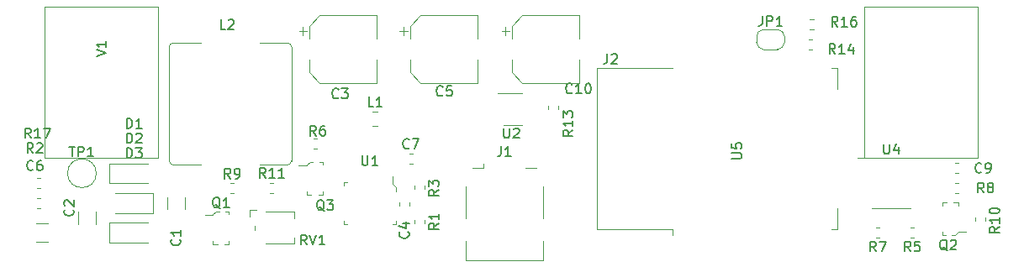
<source format=gto>
G04 #@! TF.GenerationSoftware,KiCad,Pcbnew,5.1.5+dfsg1-2build2*
G04 #@! TF.CreationDate,2020-09-23T11:02:05-04:00*
G04 #@! TF.ProjectId,Wifi_Geiger,57696669-5f47-4656-9967-65722e6b6963,rev?*
G04 #@! TF.SameCoordinates,Original*
G04 #@! TF.FileFunction,Legend,Top*
G04 #@! TF.FilePolarity,Positive*
%FSLAX46Y46*%
G04 Gerber Fmt 4.6, Leading zero omitted, Abs format (unit mm)*
G04 Created by KiCad (PCBNEW 5.1.5+dfsg1-2build2) date 2020-09-23 11:02:05*
%MOMM*%
%LPD*%
G04 APERTURE LIST*
%ADD10C,0.120000*%
%ADD11C,0.100000*%
%ADD12C,0.150000*%
G04 APERTURE END LIST*
D10*
X134600000Y-112250000D02*
X134600000Y-123750000D01*
X134200000Y-111850000D02*
X131450000Y-111850000D01*
X122300000Y-123750000D02*
X122300000Y-112250000D01*
X134200000Y-124150000D02*
X131450000Y-124150000D01*
X125450000Y-111850000D02*
X122700000Y-111850000D01*
X125450000Y-124150000D02*
X122700000Y-124150000D01*
X134200000Y-111850000D02*
G75*
G02X134600000Y-112250000I0J-400000D01*
G01*
X122300000Y-112250000D02*
G75*
G02X122700000Y-111850000I400000J0D01*
G01*
X122700000Y-124150000D02*
G75*
G02X122300000Y-123750000I0J400000D01*
G01*
X134600000Y-123750000D02*
G75*
G02X134200000Y-124150000I-400000J0D01*
G01*
X193796267Y-131510000D02*
X193453733Y-131510000D01*
X193796267Y-130490000D02*
X193453733Y-130490000D01*
X201453733Y-127010000D02*
X201796267Y-127010000D01*
X201453733Y-125990000D02*
X201796267Y-125990000D01*
X201453733Y-125010000D02*
X201796267Y-125010000D01*
X201453733Y-123990000D02*
X201796267Y-123990000D01*
D11*
X201125000Y-131200000D02*
X201400000Y-131200000D01*
X201400000Y-131200000D02*
X201775000Y-130925000D01*
X201775000Y-130925000D02*
X201775000Y-130875000D01*
X201775000Y-130875000D02*
X202550000Y-130875000D01*
X201300000Y-127900000D02*
X201775000Y-127900000D01*
X201775000Y-127900000D02*
X201775000Y-128250000D01*
X200125000Y-128125000D02*
X200125000Y-128250000D01*
X200125000Y-128200000D02*
X200125000Y-127900000D01*
X200125000Y-127900000D02*
X200575000Y-127900000D01*
X200500000Y-131200000D02*
X200125000Y-131200000D01*
X200125000Y-131200000D02*
X200125000Y-130900000D01*
D10*
X197296267Y-130490000D02*
X196953733Y-130490000D01*
X197296267Y-131510000D02*
X196953733Y-131510000D01*
X204510000Y-129453733D02*
X204510000Y-129796267D01*
X203490000Y-129453733D02*
X203490000Y-129796267D01*
X195025000Y-128560000D02*
X196975000Y-128560000D01*
X195025000Y-128560000D02*
X193075000Y-128560000D01*
X195025000Y-123440000D02*
X196975000Y-123440000D01*
X195025000Y-123440000D02*
X191575000Y-123440000D01*
X145906250Y-110258750D02*
X145906250Y-111046250D01*
X145512500Y-110652500D02*
X146300000Y-110652500D01*
X146540000Y-114845563D02*
X147604437Y-115910000D01*
X146540000Y-110154437D02*
X147604437Y-109090000D01*
X146540000Y-110154437D02*
X146540000Y-111440000D01*
X146540000Y-114845563D02*
X146540000Y-113560000D01*
X147604437Y-115910000D02*
X153360000Y-115910000D01*
X147604437Y-109090000D02*
X153360000Y-109090000D01*
X153360000Y-109090000D02*
X153360000Y-111440000D01*
X153360000Y-115910000D02*
X153360000Y-113560000D01*
X143210000Y-115910000D02*
X143210000Y-113560000D01*
X143210000Y-109090000D02*
X143210000Y-111440000D01*
X137454437Y-109090000D02*
X143210000Y-109090000D01*
X137454437Y-115910000D02*
X143210000Y-115910000D01*
X136390000Y-114845563D02*
X136390000Y-113560000D01*
X136390000Y-110154437D02*
X136390000Y-111440000D01*
X136390000Y-110154437D02*
X137454437Y-109090000D01*
X136390000Y-114845563D02*
X137454437Y-115910000D01*
X135362500Y-110652500D02*
X136150000Y-110652500D01*
X135756250Y-110258750D02*
X135756250Y-111046250D01*
X122090000Y-128614564D02*
X122090000Y-127410436D01*
X123910000Y-128614564D02*
X123910000Y-127410436D01*
X114922500Y-130102064D02*
X114922500Y-128897936D01*
X113102500Y-130102064D02*
X113102500Y-128897936D01*
X146510000Y-128296267D02*
X146510000Y-127953733D01*
X145490000Y-128296267D02*
X145490000Y-127953733D01*
X108910436Y-131910000D02*
X110114564Y-131910000D01*
X108910436Y-130090000D02*
X110114564Y-130090000D01*
X146453733Y-124010000D02*
X146796267Y-124010000D01*
X146453733Y-122990000D02*
X146796267Y-122990000D01*
X163610000Y-115910000D02*
X163610000Y-113560000D01*
X163610000Y-109090000D02*
X163610000Y-111440000D01*
X157854437Y-109090000D02*
X163610000Y-109090000D01*
X157854437Y-115910000D02*
X163610000Y-115910000D01*
X156790000Y-114845563D02*
X156790000Y-113560000D01*
X156790000Y-110154437D02*
X156790000Y-111440000D01*
X156790000Y-110154437D02*
X157854437Y-109090000D01*
X156790000Y-114845563D02*
X157854437Y-115910000D01*
X155762500Y-110652500D02*
X156550000Y-110652500D01*
X156156250Y-110258750D02*
X156156250Y-111046250D01*
X116300000Y-124000000D02*
X116300000Y-126000000D01*
X116300000Y-126000000D02*
X120150000Y-126000000D01*
X116300000Y-124000000D02*
X120150000Y-124000000D01*
X120700000Y-129000000D02*
X116850000Y-129000000D01*
X120700000Y-127000000D02*
X116850000Y-127000000D01*
X120700000Y-129000000D02*
X120700000Y-127000000D01*
X116300000Y-130000000D02*
X116300000Y-132000000D01*
X116300000Y-132000000D02*
X120150000Y-132000000D01*
X116300000Y-130000000D02*
X120150000Y-130000000D01*
X159960000Y-133750000D02*
X152140000Y-133750000D01*
X153940000Y-124430000D02*
X153940000Y-124000000D01*
X159960000Y-133750000D02*
X159960000Y-131800000D01*
X159960000Y-129580000D02*
X159960000Y-126350000D01*
X158160000Y-124430000D02*
X159240000Y-124430000D01*
X152860000Y-124430000D02*
X153940000Y-124430000D01*
X152140000Y-129580000D02*
X152140000Y-126350000D01*
X152140000Y-133750000D02*
X152140000Y-131800000D01*
X183550000Y-110500000D02*
G75*
G02X184250000Y-111200000I0J-700000D01*
G01*
X184250000Y-111800000D02*
G75*
G02X183550000Y-112500000I-700000J0D01*
G01*
X182150000Y-112500000D02*
G75*
G02X181450000Y-111800000I0J700000D01*
G01*
X181450000Y-111200000D02*
G75*
G02X182150000Y-110500000I700000J0D01*
G01*
X181450000Y-111800000D02*
X181450000Y-111200000D01*
X183550000Y-112500000D02*
X182150000Y-112500000D01*
X184250000Y-111200000D02*
X184250000Y-111800000D01*
X182150000Y-110500000D02*
X183550000Y-110500000D01*
X142763748Y-118790000D02*
X143286252Y-118790000D01*
X142763748Y-120210000D02*
X143286252Y-120210000D01*
D11*
X128325000Y-128850000D02*
X128325000Y-129150000D01*
X127950000Y-128850000D02*
X128325000Y-128850000D01*
X128325000Y-132150000D02*
X127875000Y-132150000D01*
X128325000Y-131850000D02*
X128325000Y-132150000D01*
X128325000Y-131925000D02*
X128325000Y-131800000D01*
X126675000Y-132150000D02*
X126675000Y-131800000D01*
X127150000Y-132150000D02*
X126675000Y-132150000D01*
X126675000Y-129175000D02*
X125900000Y-129175000D01*
X126675000Y-129125000D02*
X126675000Y-129175000D01*
X127050000Y-128850000D02*
X126675000Y-129125000D01*
X127325000Y-128850000D02*
X127050000Y-128850000D01*
X136775000Y-123850000D02*
X136500000Y-123850000D01*
X136500000Y-123850000D02*
X136125000Y-124125000D01*
X136125000Y-124125000D02*
X136125000Y-124175000D01*
X136125000Y-124175000D02*
X135350000Y-124175000D01*
X136600000Y-127150000D02*
X136125000Y-127150000D01*
X136125000Y-127150000D02*
X136125000Y-126800000D01*
X137775000Y-126925000D02*
X137775000Y-126800000D01*
X137775000Y-126850000D02*
X137775000Y-127150000D01*
X137775000Y-127150000D02*
X137325000Y-127150000D01*
X137400000Y-123850000D02*
X137775000Y-123850000D01*
X137775000Y-123850000D02*
X137775000Y-124150000D01*
D10*
X148010000Y-130046267D02*
X148010000Y-129703733D01*
X146990000Y-130046267D02*
X146990000Y-129703733D01*
X108953733Y-128510000D02*
X109296267Y-128510000D01*
X108953733Y-127490000D02*
X109296267Y-127490000D01*
X146990000Y-126546267D02*
X146990000Y-126203733D01*
X148010000Y-126546267D02*
X148010000Y-126203733D01*
X137171267Y-121490000D02*
X136828733Y-121490000D01*
X137171267Y-122510000D02*
X136828733Y-122510000D01*
X128453733Y-125990000D02*
X128796267Y-125990000D01*
X128453733Y-127010000D02*
X128796267Y-127010000D01*
X132796267Y-127010000D02*
X132453733Y-127010000D01*
X132796267Y-125990000D02*
X132453733Y-125990000D01*
X160490000Y-118546267D02*
X160490000Y-118203733D01*
X161510000Y-118546267D02*
X161510000Y-118203733D01*
X186703733Y-111490000D02*
X187046267Y-111490000D01*
X186703733Y-112510000D02*
X187046267Y-112510000D01*
X130900000Y-130300000D02*
X130900000Y-130700000D01*
X132000000Y-128900000D02*
X134900000Y-128900000D01*
X134900000Y-128900000D02*
X134900000Y-129500000D01*
X132000000Y-132100000D02*
X134900000Y-132100000D01*
X134900000Y-132100000D02*
X134900000Y-131500000D01*
X131100000Y-128700000D02*
X130400000Y-128700000D01*
X130400000Y-128700000D02*
X130400000Y-129400000D01*
D11*
X139900000Y-130100000D02*
X139900000Y-129800000D01*
X140200000Y-130100000D02*
X139900000Y-130100000D01*
X145100000Y-130100000D02*
X145100000Y-129800000D01*
X144800000Y-130100000D02*
X145100000Y-130100000D01*
X139900000Y-125900000D02*
X139900000Y-126200000D01*
X140200000Y-125900000D02*
X139900000Y-125900000D01*
X144800000Y-126100000D02*
X144800000Y-125300000D01*
X145100000Y-126400000D02*
X144800000Y-126100000D01*
X145100000Y-126800000D02*
X145100000Y-126400000D01*
D10*
X156000000Y-120160000D02*
X157800000Y-120160000D01*
X157800000Y-116940000D02*
X155350000Y-116940000D01*
X165380000Y-130620000D02*
X165380000Y-114380000D01*
X165380000Y-114380000D02*
X173000000Y-114380000D01*
X189000000Y-114380000D02*
X189620000Y-114380000D01*
X189620000Y-114380000D02*
X189620000Y-116500000D01*
X189620000Y-128500000D02*
X189620000Y-130620000D01*
X189620000Y-130620000D02*
X189000000Y-130620000D01*
X173000000Y-130620000D02*
X165380000Y-130620000D01*
X173000000Y-130620000D02*
X173000000Y-131230000D01*
X108953733Y-125490000D02*
X109296267Y-125490000D01*
X108953733Y-126510000D02*
X109296267Y-126510000D01*
X114950000Y-125000000D02*
G75*
G03X114950000Y-125000000I-1450000J0D01*
G01*
X187171267Y-110510000D02*
X186828733Y-110510000D01*
X187171267Y-109490000D02*
X186828733Y-109490000D01*
X203760000Y-108204000D02*
X203760000Y-123444000D01*
X203760000Y-123444000D02*
X192320000Y-123444000D01*
X192320000Y-123444000D02*
X192320000Y-108204000D01*
X192320000Y-108204000D02*
X203760000Y-108204000D01*
X121200000Y-108204000D02*
X121200000Y-123444000D01*
X121200000Y-123444000D02*
X109760000Y-123444000D01*
X109760000Y-123444000D02*
X109760000Y-108204000D01*
X109760000Y-108204000D02*
X121200000Y-108204000D01*
D12*
X127973793Y-110472480D02*
X127497602Y-110472480D01*
X127497602Y-109472480D01*
X128259507Y-109567719D02*
X128307126Y-109520100D01*
X128402364Y-109472480D01*
X128640460Y-109472480D01*
X128735698Y-109520100D01*
X128783317Y-109567719D01*
X128830936Y-109662957D01*
X128830936Y-109758195D01*
X128783317Y-109901052D01*
X128211888Y-110472480D01*
X128830936Y-110472480D01*
X193458333Y-132882380D02*
X193125000Y-132406190D01*
X192886904Y-132882380D02*
X192886904Y-131882380D01*
X193267857Y-131882380D01*
X193363095Y-131930000D01*
X193410714Y-131977619D01*
X193458333Y-132072857D01*
X193458333Y-132215714D01*
X193410714Y-132310952D01*
X193363095Y-132358571D01*
X193267857Y-132406190D01*
X192886904Y-132406190D01*
X193791666Y-131882380D02*
X194458333Y-131882380D01*
X194029761Y-132882380D01*
X204333333Y-126952380D02*
X204000000Y-126476190D01*
X203761904Y-126952380D02*
X203761904Y-125952380D01*
X204142857Y-125952380D01*
X204238095Y-126000000D01*
X204285714Y-126047619D01*
X204333333Y-126142857D01*
X204333333Y-126285714D01*
X204285714Y-126380952D01*
X204238095Y-126428571D01*
X204142857Y-126476190D01*
X203761904Y-126476190D01*
X204904761Y-126380952D02*
X204809523Y-126333333D01*
X204761904Y-126285714D01*
X204714285Y-126190476D01*
X204714285Y-126142857D01*
X204761904Y-126047619D01*
X204809523Y-126000000D01*
X204904761Y-125952380D01*
X205095238Y-125952380D01*
X205190476Y-126000000D01*
X205238095Y-126047619D01*
X205285714Y-126142857D01*
X205285714Y-126190476D01*
X205238095Y-126285714D01*
X205190476Y-126333333D01*
X205095238Y-126380952D01*
X204904761Y-126380952D01*
X204809523Y-126428571D01*
X204761904Y-126476190D01*
X204714285Y-126571428D01*
X204714285Y-126761904D01*
X204761904Y-126857142D01*
X204809523Y-126904761D01*
X204904761Y-126952380D01*
X205095238Y-126952380D01*
X205190476Y-126904761D01*
X205238095Y-126857142D01*
X205285714Y-126761904D01*
X205285714Y-126571428D01*
X205238095Y-126476190D01*
X205190476Y-126428571D01*
X205095238Y-126380952D01*
X204083333Y-124857142D02*
X204035714Y-124904761D01*
X203892857Y-124952380D01*
X203797619Y-124952380D01*
X203654761Y-124904761D01*
X203559523Y-124809523D01*
X203511904Y-124714285D01*
X203464285Y-124523809D01*
X203464285Y-124380952D01*
X203511904Y-124190476D01*
X203559523Y-124095238D01*
X203654761Y-124000000D01*
X203797619Y-123952380D01*
X203892857Y-123952380D01*
X204035714Y-124000000D01*
X204083333Y-124047619D01*
X204559523Y-124952380D02*
X204750000Y-124952380D01*
X204845238Y-124904761D01*
X204892857Y-124857142D01*
X204988095Y-124714285D01*
X205035714Y-124523809D01*
X205035714Y-124142857D01*
X204988095Y-124047619D01*
X204940476Y-124000000D01*
X204845238Y-123952380D01*
X204654761Y-123952380D01*
X204559523Y-124000000D01*
X204511904Y-124047619D01*
X204464285Y-124142857D01*
X204464285Y-124380952D01*
X204511904Y-124476190D01*
X204559523Y-124523809D01*
X204654761Y-124571428D01*
X204845238Y-124571428D01*
X204940476Y-124523809D01*
X204988095Y-124476190D01*
X205035714Y-124380952D01*
X200654761Y-132797619D02*
X200559523Y-132750000D01*
X200464285Y-132654761D01*
X200321428Y-132511904D01*
X200226190Y-132464285D01*
X200130952Y-132464285D01*
X200178571Y-132702380D02*
X200083333Y-132654761D01*
X199988095Y-132559523D01*
X199940476Y-132369047D01*
X199940476Y-132035714D01*
X199988095Y-131845238D01*
X200083333Y-131750000D01*
X200178571Y-131702380D01*
X200369047Y-131702380D01*
X200464285Y-131750000D01*
X200559523Y-131845238D01*
X200607142Y-132035714D01*
X200607142Y-132369047D01*
X200559523Y-132559523D01*
X200464285Y-132654761D01*
X200369047Y-132702380D01*
X200178571Y-132702380D01*
X200988095Y-131797619D02*
X201035714Y-131750000D01*
X201130952Y-131702380D01*
X201369047Y-131702380D01*
X201464285Y-131750000D01*
X201511904Y-131797619D01*
X201559523Y-131892857D01*
X201559523Y-131988095D01*
X201511904Y-132130952D01*
X200940476Y-132702380D01*
X201559523Y-132702380D01*
X196958333Y-132882380D02*
X196625000Y-132406190D01*
X196386904Y-132882380D02*
X196386904Y-131882380D01*
X196767857Y-131882380D01*
X196863095Y-131930000D01*
X196910714Y-131977619D01*
X196958333Y-132072857D01*
X196958333Y-132215714D01*
X196910714Y-132310952D01*
X196863095Y-132358571D01*
X196767857Y-132406190D01*
X196386904Y-132406190D01*
X197863095Y-131882380D02*
X197386904Y-131882380D01*
X197339285Y-132358571D01*
X197386904Y-132310952D01*
X197482142Y-132263333D01*
X197720238Y-132263333D01*
X197815476Y-132310952D01*
X197863095Y-132358571D01*
X197910714Y-132453809D01*
X197910714Y-132691904D01*
X197863095Y-132787142D01*
X197815476Y-132834761D01*
X197720238Y-132882380D01*
X197482142Y-132882380D01*
X197386904Y-132834761D01*
X197339285Y-132787142D01*
X205882380Y-130392857D02*
X205406190Y-130726190D01*
X205882380Y-130964285D02*
X204882380Y-130964285D01*
X204882380Y-130583333D01*
X204930000Y-130488095D01*
X204977619Y-130440476D01*
X205072857Y-130392857D01*
X205215714Y-130392857D01*
X205310952Y-130440476D01*
X205358571Y-130488095D01*
X205406190Y-130583333D01*
X205406190Y-130964285D01*
X205882380Y-129440476D02*
X205882380Y-130011904D01*
X205882380Y-129726190D02*
X204882380Y-129726190D01*
X205025238Y-129821428D01*
X205120476Y-129916666D01*
X205168095Y-130011904D01*
X204882380Y-128821428D02*
X204882380Y-128726190D01*
X204930000Y-128630952D01*
X204977619Y-128583333D01*
X205072857Y-128535714D01*
X205263333Y-128488095D01*
X205501428Y-128488095D01*
X205691904Y-128535714D01*
X205787142Y-128583333D01*
X205834761Y-128630952D01*
X205882380Y-128726190D01*
X205882380Y-128821428D01*
X205834761Y-128916666D01*
X205787142Y-128964285D01*
X205691904Y-129011904D01*
X205501428Y-129059523D01*
X205263333Y-129059523D01*
X205072857Y-129011904D01*
X204977619Y-128964285D01*
X204930000Y-128916666D01*
X204882380Y-128821428D01*
X194263095Y-122052380D02*
X194263095Y-122861904D01*
X194310714Y-122957142D01*
X194358333Y-123004761D01*
X194453571Y-123052380D01*
X194644047Y-123052380D01*
X194739285Y-123004761D01*
X194786904Y-122957142D01*
X194834523Y-122861904D01*
X194834523Y-122052380D01*
X195739285Y-122385714D02*
X195739285Y-123052380D01*
X195501190Y-122004761D02*
X195263095Y-122719047D01*
X195882142Y-122719047D01*
X149833333Y-117107142D02*
X149785714Y-117154761D01*
X149642857Y-117202380D01*
X149547619Y-117202380D01*
X149404761Y-117154761D01*
X149309523Y-117059523D01*
X149261904Y-116964285D01*
X149214285Y-116773809D01*
X149214285Y-116630952D01*
X149261904Y-116440476D01*
X149309523Y-116345238D01*
X149404761Y-116250000D01*
X149547619Y-116202380D01*
X149642857Y-116202380D01*
X149785714Y-116250000D01*
X149833333Y-116297619D01*
X150738095Y-116202380D02*
X150261904Y-116202380D01*
X150214285Y-116678571D01*
X150261904Y-116630952D01*
X150357142Y-116583333D01*
X150595238Y-116583333D01*
X150690476Y-116630952D01*
X150738095Y-116678571D01*
X150785714Y-116773809D01*
X150785714Y-117011904D01*
X150738095Y-117107142D01*
X150690476Y-117154761D01*
X150595238Y-117202380D01*
X150357142Y-117202380D01*
X150261904Y-117154761D01*
X150214285Y-117107142D01*
X139333333Y-117357142D02*
X139285714Y-117404761D01*
X139142857Y-117452380D01*
X139047619Y-117452380D01*
X138904761Y-117404761D01*
X138809523Y-117309523D01*
X138761904Y-117214285D01*
X138714285Y-117023809D01*
X138714285Y-116880952D01*
X138761904Y-116690476D01*
X138809523Y-116595238D01*
X138904761Y-116500000D01*
X139047619Y-116452380D01*
X139142857Y-116452380D01*
X139285714Y-116500000D01*
X139333333Y-116547619D01*
X139666666Y-116452380D02*
X140285714Y-116452380D01*
X139952380Y-116833333D01*
X140095238Y-116833333D01*
X140190476Y-116880952D01*
X140238095Y-116928571D01*
X140285714Y-117023809D01*
X140285714Y-117261904D01*
X140238095Y-117357142D01*
X140190476Y-117404761D01*
X140095238Y-117452380D01*
X139809523Y-117452380D01*
X139714285Y-117404761D01*
X139666666Y-117357142D01*
X123357142Y-131666666D02*
X123404761Y-131714285D01*
X123452380Y-131857142D01*
X123452380Y-131952380D01*
X123404761Y-132095238D01*
X123309523Y-132190476D01*
X123214285Y-132238095D01*
X123023809Y-132285714D01*
X122880952Y-132285714D01*
X122690476Y-132238095D01*
X122595238Y-132190476D01*
X122500000Y-132095238D01*
X122452380Y-131952380D01*
X122452380Y-131857142D01*
X122500000Y-131714285D01*
X122547619Y-131666666D01*
X123452380Y-130714285D02*
X123452380Y-131285714D01*
X123452380Y-131000000D02*
X122452380Y-131000000D01*
X122595238Y-131095238D01*
X122690476Y-131190476D01*
X122738095Y-131285714D01*
X112607142Y-128666666D02*
X112654761Y-128714285D01*
X112702380Y-128857142D01*
X112702380Y-128952380D01*
X112654761Y-129095238D01*
X112559523Y-129190476D01*
X112464285Y-129238095D01*
X112273809Y-129285714D01*
X112130952Y-129285714D01*
X111940476Y-129238095D01*
X111845238Y-129190476D01*
X111750000Y-129095238D01*
X111702380Y-128952380D01*
X111702380Y-128857142D01*
X111750000Y-128714285D01*
X111797619Y-128666666D01*
X111797619Y-128285714D02*
X111750000Y-128238095D01*
X111702380Y-128142857D01*
X111702380Y-127904761D01*
X111750000Y-127809523D01*
X111797619Y-127761904D01*
X111892857Y-127714285D01*
X111988095Y-127714285D01*
X112130952Y-127761904D01*
X112702380Y-128333333D01*
X112702380Y-127714285D01*
X146357142Y-130916666D02*
X146404761Y-130964285D01*
X146452380Y-131107142D01*
X146452380Y-131202380D01*
X146404761Y-131345238D01*
X146309523Y-131440476D01*
X146214285Y-131488095D01*
X146023809Y-131535714D01*
X145880952Y-131535714D01*
X145690476Y-131488095D01*
X145595238Y-131440476D01*
X145500000Y-131345238D01*
X145452380Y-131202380D01*
X145452380Y-131107142D01*
X145500000Y-130964285D01*
X145547619Y-130916666D01*
X145785714Y-130059523D02*
X146452380Y-130059523D01*
X145404761Y-130297619D02*
X146119047Y-130535714D01*
X146119047Y-129916666D01*
X108583333Y-124607142D02*
X108535714Y-124654761D01*
X108392857Y-124702380D01*
X108297619Y-124702380D01*
X108154761Y-124654761D01*
X108059523Y-124559523D01*
X108011904Y-124464285D01*
X107964285Y-124273809D01*
X107964285Y-124130952D01*
X108011904Y-123940476D01*
X108059523Y-123845238D01*
X108154761Y-123750000D01*
X108297619Y-123702380D01*
X108392857Y-123702380D01*
X108535714Y-123750000D01*
X108583333Y-123797619D01*
X109440476Y-123702380D02*
X109250000Y-123702380D01*
X109154761Y-123750000D01*
X109107142Y-123797619D01*
X109011904Y-123940476D01*
X108964285Y-124130952D01*
X108964285Y-124511904D01*
X109011904Y-124607142D01*
X109059523Y-124654761D01*
X109154761Y-124702380D01*
X109345238Y-124702380D01*
X109440476Y-124654761D01*
X109488095Y-124607142D01*
X109535714Y-124511904D01*
X109535714Y-124273809D01*
X109488095Y-124178571D01*
X109440476Y-124130952D01*
X109345238Y-124083333D01*
X109154761Y-124083333D01*
X109059523Y-124130952D01*
X109011904Y-124178571D01*
X108964285Y-124273809D01*
X146458333Y-122427142D02*
X146410714Y-122474761D01*
X146267857Y-122522380D01*
X146172619Y-122522380D01*
X146029761Y-122474761D01*
X145934523Y-122379523D01*
X145886904Y-122284285D01*
X145839285Y-122093809D01*
X145839285Y-121950952D01*
X145886904Y-121760476D01*
X145934523Y-121665238D01*
X146029761Y-121570000D01*
X146172619Y-121522380D01*
X146267857Y-121522380D01*
X146410714Y-121570000D01*
X146458333Y-121617619D01*
X146791666Y-121522380D02*
X147458333Y-121522380D01*
X147029761Y-122522380D01*
X162857142Y-116857142D02*
X162809523Y-116904761D01*
X162666666Y-116952380D01*
X162571428Y-116952380D01*
X162428571Y-116904761D01*
X162333333Y-116809523D01*
X162285714Y-116714285D01*
X162238095Y-116523809D01*
X162238095Y-116380952D01*
X162285714Y-116190476D01*
X162333333Y-116095238D01*
X162428571Y-116000000D01*
X162571428Y-115952380D01*
X162666666Y-115952380D01*
X162809523Y-116000000D01*
X162857142Y-116047619D01*
X163809523Y-116952380D02*
X163238095Y-116952380D01*
X163523809Y-116952380D02*
X163523809Y-115952380D01*
X163428571Y-116095238D01*
X163333333Y-116190476D01*
X163238095Y-116238095D01*
X164428571Y-115952380D02*
X164523809Y-115952380D01*
X164619047Y-116000000D01*
X164666666Y-116047619D01*
X164714285Y-116142857D01*
X164761904Y-116333333D01*
X164761904Y-116571428D01*
X164714285Y-116761904D01*
X164666666Y-116857142D01*
X164619047Y-116904761D01*
X164523809Y-116952380D01*
X164428571Y-116952380D01*
X164333333Y-116904761D01*
X164285714Y-116857142D01*
X164238095Y-116761904D01*
X164190476Y-116571428D01*
X164190476Y-116333333D01*
X164238095Y-116142857D01*
X164285714Y-116047619D01*
X164333333Y-116000000D01*
X164428571Y-115952380D01*
X118011904Y-120452380D02*
X118011904Y-119452380D01*
X118250000Y-119452380D01*
X118392857Y-119500000D01*
X118488095Y-119595238D01*
X118535714Y-119690476D01*
X118583333Y-119880952D01*
X118583333Y-120023809D01*
X118535714Y-120214285D01*
X118488095Y-120309523D01*
X118392857Y-120404761D01*
X118250000Y-120452380D01*
X118011904Y-120452380D01*
X119535714Y-120452380D02*
X118964285Y-120452380D01*
X119250000Y-120452380D02*
X119250000Y-119452380D01*
X119154761Y-119595238D01*
X119059523Y-119690476D01*
X118964285Y-119738095D01*
X118011904Y-121952380D02*
X118011904Y-120952380D01*
X118250000Y-120952380D01*
X118392857Y-121000000D01*
X118488095Y-121095238D01*
X118535714Y-121190476D01*
X118583333Y-121380952D01*
X118583333Y-121523809D01*
X118535714Y-121714285D01*
X118488095Y-121809523D01*
X118392857Y-121904761D01*
X118250000Y-121952380D01*
X118011904Y-121952380D01*
X118964285Y-121047619D02*
X119011904Y-121000000D01*
X119107142Y-120952380D01*
X119345238Y-120952380D01*
X119440476Y-121000000D01*
X119488095Y-121047619D01*
X119535714Y-121142857D01*
X119535714Y-121238095D01*
X119488095Y-121380952D01*
X118916666Y-121952380D01*
X119535714Y-121952380D01*
X118011904Y-123452380D02*
X118011904Y-122452380D01*
X118250000Y-122452380D01*
X118392857Y-122500000D01*
X118488095Y-122595238D01*
X118535714Y-122690476D01*
X118583333Y-122880952D01*
X118583333Y-123023809D01*
X118535714Y-123214285D01*
X118488095Y-123309523D01*
X118392857Y-123404761D01*
X118250000Y-123452380D01*
X118011904Y-123452380D01*
X118916666Y-122452380D02*
X119535714Y-122452380D01*
X119202380Y-122833333D01*
X119345238Y-122833333D01*
X119440476Y-122880952D01*
X119488095Y-122928571D01*
X119535714Y-123023809D01*
X119535714Y-123261904D01*
X119488095Y-123357142D01*
X119440476Y-123404761D01*
X119345238Y-123452380D01*
X119059523Y-123452380D01*
X118964285Y-123404761D01*
X118916666Y-123357142D01*
X155716666Y-122292380D02*
X155716666Y-123006666D01*
X155669047Y-123149523D01*
X155573809Y-123244761D01*
X155430952Y-123292380D01*
X155335714Y-123292380D01*
X156716666Y-123292380D02*
X156145238Y-123292380D01*
X156430952Y-123292380D02*
X156430952Y-122292380D01*
X156335714Y-122435238D01*
X156240476Y-122530476D01*
X156145238Y-122578095D01*
X166416666Y-112952380D02*
X166416666Y-113666666D01*
X166369047Y-113809523D01*
X166273809Y-113904761D01*
X166130952Y-113952380D01*
X166035714Y-113952380D01*
X166845238Y-113047619D02*
X166892857Y-113000000D01*
X166988095Y-112952380D01*
X167226190Y-112952380D01*
X167321428Y-113000000D01*
X167369047Y-113047619D01*
X167416666Y-113142857D01*
X167416666Y-113238095D01*
X167369047Y-113380952D01*
X166797619Y-113952380D01*
X167416666Y-113952380D01*
X182016666Y-109152380D02*
X182016666Y-109866666D01*
X181969047Y-110009523D01*
X181873809Y-110104761D01*
X181730952Y-110152380D01*
X181635714Y-110152380D01*
X182492857Y-110152380D02*
X182492857Y-109152380D01*
X182873809Y-109152380D01*
X182969047Y-109200000D01*
X183016666Y-109247619D01*
X183064285Y-109342857D01*
X183064285Y-109485714D01*
X183016666Y-109580952D01*
X182969047Y-109628571D01*
X182873809Y-109676190D01*
X182492857Y-109676190D01*
X184016666Y-110152380D02*
X183445238Y-110152380D01*
X183730952Y-110152380D02*
X183730952Y-109152380D01*
X183635714Y-109295238D01*
X183540476Y-109390476D01*
X183445238Y-109438095D01*
X142858333Y-118302380D02*
X142382142Y-118302380D01*
X142382142Y-117302380D01*
X143715476Y-118302380D02*
X143144047Y-118302380D01*
X143429761Y-118302380D02*
X143429761Y-117302380D01*
X143334523Y-117445238D01*
X143239285Y-117540476D01*
X143144047Y-117588095D01*
X127429761Y-128547619D02*
X127334523Y-128500000D01*
X127239285Y-128404761D01*
X127096428Y-128261904D01*
X127001190Y-128214285D01*
X126905952Y-128214285D01*
X126953571Y-128452380D02*
X126858333Y-128404761D01*
X126763095Y-128309523D01*
X126715476Y-128119047D01*
X126715476Y-127785714D01*
X126763095Y-127595238D01*
X126858333Y-127500000D01*
X126953571Y-127452380D01*
X127144047Y-127452380D01*
X127239285Y-127500000D01*
X127334523Y-127595238D01*
X127382142Y-127785714D01*
X127382142Y-128119047D01*
X127334523Y-128309523D01*
X127239285Y-128404761D01*
X127144047Y-128452380D01*
X126953571Y-128452380D01*
X128334523Y-128452380D02*
X127763095Y-128452380D01*
X128048809Y-128452380D02*
X128048809Y-127452380D01*
X127953571Y-127595238D01*
X127858333Y-127690476D01*
X127763095Y-127738095D01*
X137904761Y-128797619D02*
X137809523Y-128750000D01*
X137714285Y-128654761D01*
X137571428Y-128511904D01*
X137476190Y-128464285D01*
X137380952Y-128464285D01*
X137428571Y-128702380D02*
X137333333Y-128654761D01*
X137238095Y-128559523D01*
X137190476Y-128369047D01*
X137190476Y-128035714D01*
X137238095Y-127845238D01*
X137333333Y-127750000D01*
X137428571Y-127702380D01*
X137619047Y-127702380D01*
X137714285Y-127750000D01*
X137809523Y-127845238D01*
X137857142Y-128035714D01*
X137857142Y-128369047D01*
X137809523Y-128559523D01*
X137714285Y-128654761D01*
X137619047Y-128702380D01*
X137428571Y-128702380D01*
X138190476Y-127702380D02*
X138809523Y-127702380D01*
X138476190Y-128083333D01*
X138619047Y-128083333D01*
X138714285Y-128130952D01*
X138761904Y-128178571D01*
X138809523Y-128273809D01*
X138809523Y-128511904D01*
X138761904Y-128607142D01*
X138714285Y-128654761D01*
X138619047Y-128702380D01*
X138333333Y-128702380D01*
X138238095Y-128654761D01*
X138190476Y-128607142D01*
X149452380Y-130041666D02*
X148976190Y-130375000D01*
X149452380Y-130613095D02*
X148452380Y-130613095D01*
X148452380Y-130232142D01*
X148500000Y-130136904D01*
X148547619Y-130089285D01*
X148642857Y-130041666D01*
X148785714Y-130041666D01*
X148880952Y-130089285D01*
X148928571Y-130136904D01*
X148976190Y-130232142D01*
X148976190Y-130613095D01*
X149452380Y-129089285D02*
X149452380Y-129660714D01*
X149452380Y-129375000D02*
X148452380Y-129375000D01*
X148595238Y-129470238D01*
X148690476Y-129565476D01*
X148738095Y-129660714D01*
X108583333Y-122952380D02*
X108250000Y-122476190D01*
X108011904Y-122952380D02*
X108011904Y-121952380D01*
X108392857Y-121952380D01*
X108488095Y-122000000D01*
X108535714Y-122047619D01*
X108583333Y-122142857D01*
X108583333Y-122285714D01*
X108535714Y-122380952D01*
X108488095Y-122428571D01*
X108392857Y-122476190D01*
X108011904Y-122476190D01*
X108964285Y-122047619D02*
X109011904Y-122000000D01*
X109107142Y-121952380D01*
X109345238Y-121952380D01*
X109440476Y-122000000D01*
X109488095Y-122047619D01*
X109535714Y-122142857D01*
X109535714Y-122238095D01*
X109488095Y-122380952D01*
X108916666Y-122952380D01*
X109535714Y-122952380D01*
X149452380Y-126666666D02*
X148976190Y-127000000D01*
X149452380Y-127238095D02*
X148452380Y-127238095D01*
X148452380Y-126857142D01*
X148500000Y-126761904D01*
X148547619Y-126714285D01*
X148642857Y-126666666D01*
X148785714Y-126666666D01*
X148880952Y-126714285D01*
X148928571Y-126761904D01*
X148976190Y-126857142D01*
X148976190Y-127238095D01*
X148452380Y-126333333D02*
X148452380Y-125714285D01*
X148833333Y-126047619D01*
X148833333Y-125904761D01*
X148880952Y-125809523D01*
X148928571Y-125761904D01*
X149023809Y-125714285D01*
X149261904Y-125714285D01*
X149357142Y-125761904D01*
X149404761Y-125809523D01*
X149452380Y-125904761D01*
X149452380Y-126190476D01*
X149404761Y-126285714D01*
X149357142Y-126333333D01*
X137083333Y-121202380D02*
X136750000Y-120726190D01*
X136511904Y-121202380D02*
X136511904Y-120202380D01*
X136892857Y-120202380D01*
X136988095Y-120250000D01*
X137035714Y-120297619D01*
X137083333Y-120392857D01*
X137083333Y-120535714D01*
X137035714Y-120630952D01*
X136988095Y-120678571D01*
X136892857Y-120726190D01*
X136511904Y-120726190D01*
X137940476Y-120202380D02*
X137750000Y-120202380D01*
X137654761Y-120250000D01*
X137607142Y-120297619D01*
X137511904Y-120440476D01*
X137464285Y-120630952D01*
X137464285Y-121011904D01*
X137511904Y-121107142D01*
X137559523Y-121154761D01*
X137654761Y-121202380D01*
X137845238Y-121202380D01*
X137940476Y-121154761D01*
X137988095Y-121107142D01*
X138035714Y-121011904D01*
X138035714Y-120773809D01*
X137988095Y-120678571D01*
X137940476Y-120630952D01*
X137845238Y-120583333D01*
X137654761Y-120583333D01*
X137559523Y-120630952D01*
X137511904Y-120678571D01*
X137464285Y-120773809D01*
X128458333Y-125522380D02*
X128125000Y-125046190D01*
X127886904Y-125522380D02*
X127886904Y-124522380D01*
X128267857Y-124522380D01*
X128363095Y-124570000D01*
X128410714Y-124617619D01*
X128458333Y-124712857D01*
X128458333Y-124855714D01*
X128410714Y-124950952D01*
X128363095Y-124998571D01*
X128267857Y-125046190D01*
X127886904Y-125046190D01*
X128934523Y-125522380D02*
X129125000Y-125522380D01*
X129220238Y-125474761D01*
X129267857Y-125427142D01*
X129363095Y-125284285D01*
X129410714Y-125093809D01*
X129410714Y-124712857D01*
X129363095Y-124617619D01*
X129315476Y-124570000D01*
X129220238Y-124522380D01*
X129029761Y-124522380D01*
X128934523Y-124570000D01*
X128886904Y-124617619D01*
X128839285Y-124712857D01*
X128839285Y-124950952D01*
X128886904Y-125046190D01*
X128934523Y-125093809D01*
X129029761Y-125141428D01*
X129220238Y-125141428D01*
X129315476Y-125093809D01*
X129363095Y-125046190D01*
X129410714Y-124950952D01*
X131982142Y-125452380D02*
X131648809Y-124976190D01*
X131410714Y-125452380D02*
X131410714Y-124452380D01*
X131791666Y-124452380D01*
X131886904Y-124500000D01*
X131934523Y-124547619D01*
X131982142Y-124642857D01*
X131982142Y-124785714D01*
X131934523Y-124880952D01*
X131886904Y-124928571D01*
X131791666Y-124976190D01*
X131410714Y-124976190D01*
X132934523Y-125452380D02*
X132363095Y-125452380D01*
X132648809Y-125452380D02*
X132648809Y-124452380D01*
X132553571Y-124595238D01*
X132458333Y-124690476D01*
X132363095Y-124738095D01*
X133886904Y-125452380D02*
X133315476Y-125452380D01*
X133601190Y-125452380D02*
X133601190Y-124452380D01*
X133505952Y-124595238D01*
X133410714Y-124690476D01*
X133315476Y-124738095D01*
X162952380Y-120642857D02*
X162476190Y-120976190D01*
X162952380Y-121214285D02*
X161952380Y-121214285D01*
X161952380Y-120833333D01*
X162000000Y-120738095D01*
X162047619Y-120690476D01*
X162142857Y-120642857D01*
X162285714Y-120642857D01*
X162380952Y-120690476D01*
X162428571Y-120738095D01*
X162476190Y-120833333D01*
X162476190Y-121214285D01*
X162952380Y-119690476D02*
X162952380Y-120261904D01*
X162952380Y-119976190D02*
X161952380Y-119976190D01*
X162095238Y-120071428D01*
X162190476Y-120166666D01*
X162238095Y-120261904D01*
X161952380Y-119357142D02*
X161952380Y-118738095D01*
X162333333Y-119071428D01*
X162333333Y-118928571D01*
X162380952Y-118833333D01*
X162428571Y-118785714D01*
X162523809Y-118738095D01*
X162761904Y-118738095D01*
X162857142Y-118785714D01*
X162904761Y-118833333D01*
X162952380Y-118928571D01*
X162952380Y-119214285D01*
X162904761Y-119309523D01*
X162857142Y-119357142D01*
X189607142Y-110202380D02*
X189273809Y-109726190D01*
X189035714Y-110202380D02*
X189035714Y-109202380D01*
X189416666Y-109202380D01*
X189511904Y-109250000D01*
X189559523Y-109297619D01*
X189607142Y-109392857D01*
X189607142Y-109535714D01*
X189559523Y-109630952D01*
X189511904Y-109678571D01*
X189416666Y-109726190D01*
X189035714Y-109726190D01*
X190559523Y-110202380D02*
X189988095Y-110202380D01*
X190273809Y-110202380D02*
X190273809Y-109202380D01*
X190178571Y-109345238D01*
X190083333Y-109440476D01*
X189988095Y-109488095D01*
X191416666Y-109202380D02*
X191226190Y-109202380D01*
X191130952Y-109250000D01*
X191083333Y-109297619D01*
X190988095Y-109440476D01*
X190940476Y-109630952D01*
X190940476Y-110011904D01*
X190988095Y-110107142D01*
X191035714Y-110154761D01*
X191130952Y-110202380D01*
X191321428Y-110202380D01*
X191416666Y-110154761D01*
X191464285Y-110107142D01*
X191511904Y-110011904D01*
X191511904Y-109773809D01*
X191464285Y-109678571D01*
X191416666Y-109630952D01*
X191321428Y-109583333D01*
X191130952Y-109583333D01*
X191035714Y-109630952D01*
X190988095Y-109678571D01*
X190940476Y-109773809D01*
X136154761Y-132202380D02*
X135821428Y-131726190D01*
X135583333Y-132202380D02*
X135583333Y-131202380D01*
X135964285Y-131202380D01*
X136059523Y-131250000D01*
X136107142Y-131297619D01*
X136154761Y-131392857D01*
X136154761Y-131535714D01*
X136107142Y-131630952D01*
X136059523Y-131678571D01*
X135964285Y-131726190D01*
X135583333Y-131726190D01*
X136440476Y-131202380D02*
X136773809Y-132202380D01*
X137107142Y-131202380D01*
X137964285Y-132202380D02*
X137392857Y-132202380D01*
X137678571Y-132202380D02*
X137678571Y-131202380D01*
X137583333Y-131345238D01*
X137488095Y-131440476D01*
X137392857Y-131488095D01*
X141720315Y-123202380D02*
X141720315Y-124011904D01*
X141767934Y-124107142D01*
X141815553Y-124154761D01*
X141910791Y-124202380D01*
X142101267Y-124202380D01*
X142196505Y-124154761D01*
X142244124Y-124107142D01*
X142291743Y-124011904D01*
X142291743Y-123202380D01*
X143291743Y-124202380D02*
X142720315Y-124202380D01*
X143006029Y-124202380D02*
X143006029Y-123202380D01*
X142910791Y-123345238D01*
X142815553Y-123440476D01*
X142720315Y-123488095D01*
X155988095Y-120452380D02*
X155988095Y-121261904D01*
X156035714Y-121357142D01*
X156083333Y-121404761D01*
X156178571Y-121452380D01*
X156369047Y-121452380D01*
X156464285Y-121404761D01*
X156511904Y-121357142D01*
X156559523Y-121261904D01*
X156559523Y-120452380D01*
X156988095Y-120547619D02*
X157035714Y-120500000D01*
X157130952Y-120452380D01*
X157369047Y-120452380D01*
X157464285Y-120500000D01*
X157511904Y-120547619D01*
X157559523Y-120642857D01*
X157559523Y-120738095D01*
X157511904Y-120880952D01*
X156940476Y-121452380D01*
X157559523Y-121452380D01*
X178952380Y-123511904D02*
X179761904Y-123511904D01*
X179857142Y-123464285D01*
X179904761Y-123416666D01*
X179952380Y-123321428D01*
X179952380Y-123130952D01*
X179904761Y-123035714D01*
X179857142Y-122988095D01*
X179761904Y-122940476D01*
X178952380Y-122940476D01*
X178952380Y-121988095D02*
X178952380Y-122464285D01*
X179428571Y-122511904D01*
X179380952Y-122464285D01*
X179333333Y-122369047D01*
X179333333Y-122130952D01*
X179380952Y-122035714D01*
X179428571Y-121988095D01*
X179523809Y-121940476D01*
X179761904Y-121940476D01*
X179857142Y-121988095D01*
X179904761Y-122035714D01*
X179952380Y-122130952D01*
X179952380Y-122369047D01*
X179904761Y-122464285D01*
X179857142Y-122511904D01*
X108357142Y-121452380D02*
X108023809Y-120976190D01*
X107785714Y-121452380D02*
X107785714Y-120452380D01*
X108166666Y-120452380D01*
X108261904Y-120500000D01*
X108309523Y-120547619D01*
X108357142Y-120642857D01*
X108357142Y-120785714D01*
X108309523Y-120880952D01*
X108261904Y-120928571D01*
X108166666Y-120976190D01*
X107785714Y-120976190D01*
X109309523Y-121452380D02*
X108738095Y-121452380D01*
X109023809Y-121452380D02*
X109023809Y-120452380D01*
X108928571Y-120595238D01*
X108833333Y-120690476D01*
X108738095Y-120738095D01*
X109642857Y-120452380D02*
X110309523Y-120452380D01*
X109880952Y-121452380D01*
X112238095Y-122304380D02*
X112809523Y-122304380D01*
X112523809Y-123304380D02*
X112523809Y-122304380D01*
X113142857Y-123304380D02*
X113142857Y-122304380D01*
X113523809Y-122304380D01*
X113619047Y-122352000D01*
X113666666Y-122399619D01*
X113714285Y-122494857D01*
X113714285Y-122637714D01*
X113666666Y-122732952D01*
X113619047Y-122780571D01*
X113523809Y-122828190D01*
X113142857Y-122828190D01*
X114666666Y-123304380D02*
X114095238Y-123304380D01*
X114380952Y-123304380D02*
X114380952Y-122304380D01*
X114285714Y-122447238D01*
X114190476Y-122542476D01*
X114095238Y-122590095D01*
X189357142Y-112952380D02*
X189023809Y-112476190D01*
X188785714Y-112952380D02*
X188785714Y-111952380D01*
X189166666Y-111952380D01*
X189261904Y-112000000D01*
X189309523Y-112047619D01*
X189357142Y-112142857D01*
X189357142Y-112285714D01*
X189309523Y-112380952D01*
X189261904Y-112428571D01*
X189166666Y-112476190D01*
X188785714Y-112476190D01*
X190309523Y-112952380D02*
X189738095Y-112952380D01*
X190023809Y-112952380D02*
X190023809Y-111952380D01*
X189928571Y-112095238D01*
X189833333Y-112190476D01*
X189738095Y-112238095D01*
X191166666Y-112285714D02*
X191166666Y-112952380D01*
X190928571Y-111904761D02*
X190690476Y-112619047D01*
X191309523Y-112619047D01*
X114948720Y-113222303D02*
X115948720Y-112888970D01*
X114948720Y-112555637D01*
X115948720Y-111698494D02*
X115948720Y-112269922D01*
X115948720Y-111984208D02*
X114948720Y-111984208D01*
X115091578Y-112079446D01*
X115186816Y-112174684D01*
X115234435Y-112269922D01*
M02*

</source>
